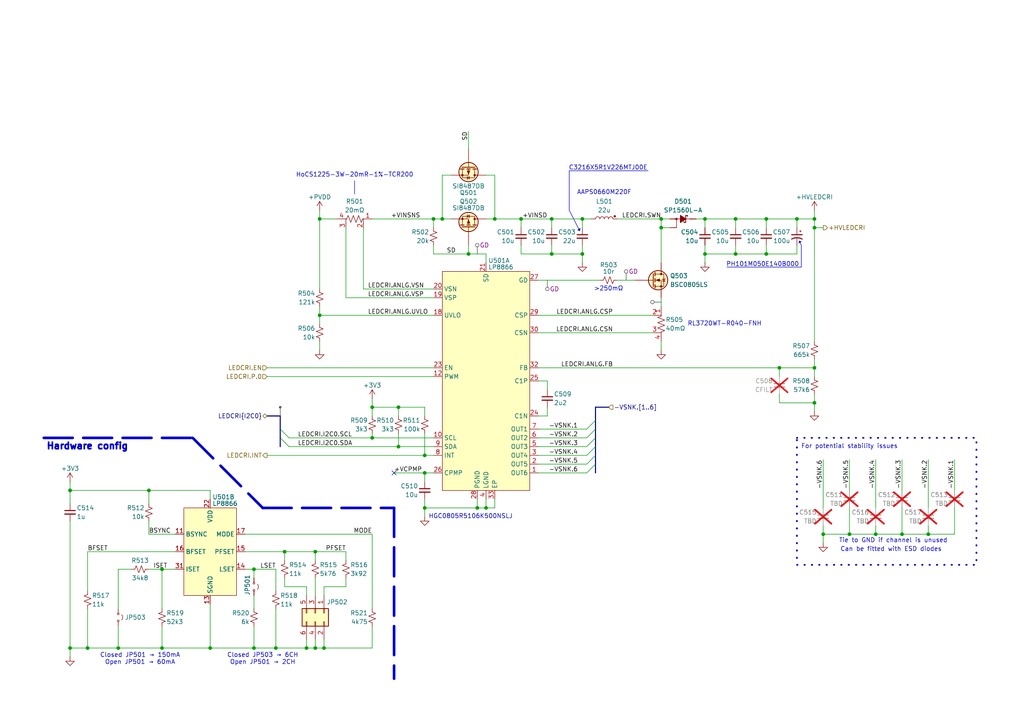
<source format=kicad_sch>
(kicad_sch (version 20250114) (generator "eeschema") (generator_version "9.0")
  (paper "A4")
  (title_block (title "Growlight controller, warm white driver") (rev "0.1"))
  (lib_symbols
    (symbol "Connector_Generic:Conn_02x03_Odd_Even" (pin_names (offset 1.016) (hide yes))
      (property "Reference" "J" (at 1.27 5.08 0))
      (property "Value" "Conn_02x03_Odd_Even" (at 1.27 -5.08 0))
      (symbol "Conn_02x03_Odd_Even_1_1"
        (rectangle (start -1.27 3.81) (end 3.81 -3.81) (stroke (width 0.254)) (fill (type background)))
        (rectangle (start -1.27 2.667) (end 0 2.413) (stroke (width 0.1524)))
        (rectangle (start -1.27 0.127) (end 0 -0.127) (stroke (width 0.1524)))
        (rectangle (start -1.27 -2.413) (end 0 -2.667) (stroke (width 0.1524)))
        (rectangle (start 3.81 2.667) (end 2.54 2.413) (stroke (width 0.1524)))
        (rectangle (start 3.81 0.127) (end 2.54 -0.127) (stroke (width 0.1524)))
        (rectangle (start 3.81 -2.413) (end 2.54 -2.667) (stroke (width 0.1524)))
        (pin passive line (at -5.08 2.54 0) (length 3.81) (name "Pin_1") (number "1"))
        (pin passive line (at -5.08 0 0) (length 3.81) (name "Pin_3") (number "3"))
        (pin passive line (at -5.08 -2.54 0) (length 3.81) (name "Pin_5") (number "5"))
        (pin passive line (at 7.62 2.54 180) (length 3.81) (name "Pin_2") (number "2"))
        (pin passive line (at 7.62 0 180) (length 3.81) (name "Pin_4") (number "4"))
        (pin passive line (at 7.62 -2.54 180) (length 3.81) (name "Pin_6") (number "6"))
      )
    )
    (symbol "Device:C_Polarized_Small_US" (pin_numbers (hide yes)) (pin_names (offset 0.254) (hide yes))
      (property "Reference" "C" (at 0.254 1.778 0))
      (property "Value" "C_Polarized_Small_US" (at 0.254 -2.032 0))
      (symbol "C_Polarized_Small_US_0_1"
        (polyline (pts (xy -1.524 0.508) (xy 1.524 0.508)) (stroke (width 0.3048)))
        (polyline (pts (xy -1.27 1.524) (xy -0.762 1.524)))
        (polyline (pts (xy -1.016 1.27) (xy -1.016 1.778)))
        (arc (start -1.524 -0.762) (mid 0 -0.3734) (end 1.524 -0.762) (stroke (width 0.3048)))
      )
      (symbol "C_Polarized_Small_US_1_1"
        (pin passive line (at 0 2.54 270) (length 2.032) (name "~") (number "1"))
        (pin passive line (at 0 -2.54 90) (length 2.032) (name "~") (number "2"))
      )
    )
    (symbol "Device:C_Small" (pin_numbers (hide yes)) (pin_names (offset 0.254) (hide yes))
      (property "Reference" "C" (at 0.254 1.778 0))
      (property "Value" "C_Small" (at 0.254 -2.032 0))
      (symbol "C_Small_0_1"
        (polyline (pts (xy -1.524 0.508) (xy 1.524 0.508)) (stroke (width 0.3048)))
        (polyline (pts (xy -1.524 -0.508) (xy 1.524 -0.508)) (stroke (width 0.3302)))
      )
      (symbol "C_Small_1_1"
        (pin passive line (at 0 2.54 270) (length 2.032) (name "~") (number "1"))
        (pin passive line (at 0 -2.54 90) (length 2.032) (name "~") (number "2"))
      )
    )
    (symbol "Device:R_Shunt_US" (pin_names (offset 0) (hide yes))
      (property "Reference" "R" (at -5.08 0 90))
      (property "Value" "R_Shunt_US" (at -3.048 0 90))
      (symbol "R_Shunt_US_1_1"
        (polyline (pts (xy 0 2.286) (xy 0 2.54)))
        (polyline (pts (xy 0 2.286) (xy 1.016 1.905) (xy 0 1.524) (xy -1.016 1.143) (xy 0 0.762)))
        (polyline (pts (xy 0 0.762) (xy 1.016 0.381) (xy 0 0) (xy -1.016 -0.381) (xy 0 -0.762)))
        (polyline (pts (xy 0 -0.762) (xy 1.016 -1.143) (xy 0 -1.524) (xy -1.016 -1.905) (xy 0 -2.286)))
        (polyline (pts (xy 0 -2.286) (xy 0 -2.54)))
        (polyline (pts (xy 0 -2.54) (xy 1.27 -2.54)))
        (polyline (pts (xy 1.27 2.54) (xy 0 2.54)))
        (pin passive line (at 0 5.08 270) (length 2.54) (name "~") (number "1"))
        (pin passive line (at 0 -5.08 90) (length 2.54) (name "~") (number "4"))
        (pin passive line (at 2.54 2.54 180) (length 1.27) (name "~") (number "2"))
        (pin passive line (at 2.54 -2.54 180) (length 1.27) (name "~") (number "3"))
      )
    )
    (symbol "Device:R_Small_US" (pin_numbers (hide yes)) (pin_names (offset 0.254) (hide yes))
      (property "Reference" "R" (at 0.762 0.508 0))
      (property "Value" "R_Small_US" (at 0.762 -1.016 0))
      (symbol "R_Small_US_1_1"
        (polyline (pts (xy 0 1.524) (xy 1.016 1.143) (xy 0 0.762) (xy -1.016 0.381) (xy 0 0)))
        (polyline (pts (xy 0 0) (xy 1.016 -0.381) (xy 0 -0.762) (xy -1.016 -1.143) (xy 0 -1.524)))
        (pin passive line (at 0 2.54 270) (length 1.016) (name "~") (number "1"))
        (pin passive line (at 0 -2.54 90) (length 1.016) (name "~") (number "2"))
      )
    )
    (symbol "Inductors:L_polarized" (pin_numbers (hide yes)) (pin_names (hide yes))
      (property "Reference" "L" (at 0 1.905 0))
      (property "Value" "L" (at 0 -1.27 0))
      (symbol "L_polarized_0_1"
        (arc (start -2.54 0) (mid -1.905 0.6323) (end -1.27 0))
        (arc (start -1.27 0) (mid -0.635 0.6323) (end 0 0))
        (arc (start 0 0) (mid 0.635 0.6323) (end 1.27 0))
        (arc (start 1.27 0) (mid 1.905 0.6323) (end 2.54 0))
      )
      (symbol "L_polarized_1_1"
        (circle (center -3.048 0.762) (radius 0.254) (fill (type outline)))
        (pin passive line (at -3.81 0 0) (length 1.27) (name "1") (number "1"))
        (pin passive line (at 3.81 0 180) (length 1.27) (name "2") (number "2"))
      )
    )
    (symbol "Jumper:Jumper_2_Small_Open" (pin_numbers (hide yes)) (pin_names (offset 0) (hide yes))
      (property "Reference" "JP" (at 0 2.794 0))
      (property "Value" "Jumper_2_Small_Open" (at 0 -2.286 0))
      (symbol "Jumper_2_Small_Open_0_0"
        (circle (center -1.016 0) (radius 0.254))
        (circle (center 1.016 0) (radius 0.254))
      )
      (symbol "Jumper_2_Small_Open_0_1"
        (arc (start -0.762 1.0196) (mid 0 1.2729) (end 0.762 1.0196))
      )
      (symbol "Jumper_2_Small_Open_1_1"
        (pin passive line (at -2.54 0 0) (length 1.27) (name "A") (number "1"))
        (pin passive line (at 2.54 0 180) (length 1.27) (name "B") (number "2"))
      )
    )
    (symbol "LED driver:LP8866QRHB"
      (property "Reference" "U" (at 0.635 34.925 0))
      (property "Value" "LP8866" (at 0.635 33.02 0))
      (symbol "LP8866QRHB_1_0"
        (pin input line (at -15.24 26.67 0) (length 2.54) (name "VSN") (number "20"))
        (pin input line (at -15.24 24.13 0) (length 2.54) (name "VSP") (number "19"))
        (pin input line (at -15.24 19.05 0) (length 2.54) (name "UVLO") (number "18"))
        (pin input line (at -15.24 3.81 0) (length 2.54) (name "EN") (number "23"))
        (pin input line (at -15.24 1.27 0) (length 2.54) (name "PWM") (number "12"))
        (pin open_collector line (at -15.24 -16.51 0) (length 2.54) (name "SCL") (number "10"))
        (pin open_collector line (at -15.24 -19.05 0) (length 2.54) (name "SDA") (number "9"))
        (pin open_collector line (at -15.24 -21.59 0) (length 2.54) (name "INT") (number "8"))
        (pin passive line (at -15.24 -26.67 0) (length 2.54) (name "CPMP") (number "26"))
        (pin power_in line (at -2.54 -34.29 90) (length 2.54) (name "PGND") (number "28"))
        (pin open_collector line (at 0 34.29 270) (length 2.54) (name "SD") (number "21"))
        (pin power_in line (at 0 -34.29 90) (length 2.54) (name "LGND") (number "4"))
        (pin passive line (at 2.54 -34.29 90) (length 2.54) (name "EP") (number "33"))
        (pin output line (at 15.24 29.21 180) (length 2.54) (name "GD") (number "27"))
        (pin input line (at 15.24 19.05 180) (length 2.54) (name "CSP") (number "29"))
        (pin input line (at 15.24 13.97 180) (length 2.54) (name "CSN") (number "30"))
        (pin input line (at 15.24 3.81 180) (length 2.54) (name "FB") (number "32"))
        (pin passive line (at 15.24 0 180) (length 2.54) (name "C1P") (number "25"))
        (pin passive line (at 15.24 -10.16 180) (length 2.54) (name "C1N") (number "24"))
        (pin passive line (at 15.24 -13.97 180) (length 2.54) (name "OUT1") (number "7"))
        (pin passive line (at 15.24 -16.51 180) (length 2.54) (name "OUT2") (number "6"))
        (pin passive line (at 15.24 -19.05 180) (length 2.54) (name "OUT3") (number "5"))
        (pin passive line (at 15.24 -21.59 180) (length 2.54) (name "OUT4") (number "3"))
        (pin passive line (at 15.24 -24.13 180) (length 2.54) (name "OUT5") (number "2"))
        (pin passive line (at 15.24 -26.67 180) (length 2.54) (name "OUT6") (number "1"))
      )
      (symbol "LP8866QRHB_1_1"
        (rectangle (start -12.7 31.75) (end 12.7 -31.75) (fill (type background)))
      )
      (symbol "LP8866QRHB_2_0"
        (pin input line (at -10.16 5.08 0) (length 2.54) (name "BSYNC") (number "11"))
        (pin passive line (at -10.16 0 0) (length 2.54) (name "BFSET") (number "16"))
        (pin passive line (at -10.16 -5.08 0) (length 2.54) (name "ISET") (number "31"))
        (pin power_in line (at 0 15.24 270) (length 2.54) (name "VDD") (number "22"))
        (pin power_in line (at 0 -15.24 90) (length 2.54) (name "SGND") (number "13"))
        (pin passive line (at 10.16 5.08 180) (length 2.54) (name "MODE") (number "17"))
        (pin passive line (at 10.16 0 180) (length 2.54) (name "PFSET") (number "15"))
        (pin passive line (at 10.16 -5.08 180) (length 2.54) (name "LSET") (number "14"))
      )
      (symbol "LP8866QRHB_2_1"
        (rectangle (start -7.62 12.7) (end 7.62 -12.7) (fill (type background)))
      )
    )
    (symbol "Mosfet N-channel:BSC0805LS" (pin_numbers (hide yes)) (pin_names (hide yes))
      (property "Reference" "Q" (at 0 5.08 0))
      (property "Value" "BSC0805LS" (at 0 3.175 0))
      (symbol "BSC0805LS_0_1"
        (polyline (pts (xy -2.54 0) (xy -1.778 0)))
        (polyline (pts (xy -2.286 -1.778) (xy -1.27 -1.778)) (stroke (width 0.254)))
        (polyline (pts (xy -1.905 -2.286) (xy 1.905 -2.286)) (stroke (width 0.254)))
        (circle (center -1.778 0) (radius 0.254) (fill (type outline)))
        (polyline (pts (xy -1.778 -1.778) (xy -1.778 0.762) (xy 1.778 0.762) (xy 1.778 -1.778)))
        (polyline (pts (xy -0.508 -1.778) (xy 0.508 -1.778)) (stroke (width 0.254)))
        (polyline (pts (xy -0.4561 1.2741) (xy -0.3291 1.1471) (xy -0.3291 0.3851) (xy -0.2021 0.2581)))
        (polyline (pts (xy -0.3291 0.7661) (xy 0.3059 1.1471) (xy 0.3059 0.3851) (xy -0.3291 0.7661)))
        (polyline (pts (xy -0.0171 -1.4845) (xy 0.3639 -0.4685) (xy -0.3981 -0.4685) (xy -0.0171 -1.4845)) (fill (type outline)))
        (polyline (pts (xy 0 -2.286) (xy 0 -5.08)))
        (polyline (pts (xy 1.27 -1.778) (xy 2.286 -1.778)) (stroke (width 0.254)))
        (circle (center 1.778 0) (radius 0.254) (fill (type outline)))
        (polyline (pts (xy 2.54 0) (xy 0 0) (xy 0 -1.778)))
      )
      (symbol "BSC0805LS_1_1"
        (circle (center 0 -0.889) (radius 2.794) (stroke (width 0.254)) (fill (type background)))
        (pin passive line (at -5.08 0 0) (length 2.54) (name "D") (number "5"))
        (pin input line (at 0 -7.62 90) (length 2.54) (name "G") (number "4"))
        (pin passive line (at 5.08 0 180) (length 2.54) (name "S") (number "1"))
        (pin passive line (at 5.08 0 180) (length 2.54) (hide yes) (name "S") (number "2"))
        (pin passive line (at 5.08 0 180) (length 2.54) (hide yes) (name "S") (number "3"))
      )
    )
    (symbol "Mosfets P-channel:SI8487DB-T1-E1" (pin_numbers (hide yes)) (pin_names (hide yes))
      (property "Reference" "Q" (at 0 5.08 0))
      (property "Value" "SI8487DB" (at 0 3.175 0))
      (symbol "SI8487DB-T1-E1_0_1"
        (polyline (pts (xy -2.54 0) (xy -1.778 0)))
        (polyline (pts (xy -2.286 -1.778) (xy -1.27 -1.778)) (stroke (width 0.254)))
        (polyline (pts (xy -1.905 -2.286) (xy 1.905 -2.286)) (stroke (width 0.254)))
        (circle (center -1.778 0) (radius 0.254) (fill (type outline)))
        (polyline (pts (xy -1.778 -1.778) (xy -1.778 0.762) (xy 1.778 0.762) (xy 1.778 -1.778)))
        (polyline (pts (xy -0.508 -1.778) (xy 0.508 -1.778)) (stroke (width 0.254)))
        (polyline (pts (xy 0 -0.254) (xy -0.381 -1.27) (xy 0.381 -1.27) (xy 0 -0.254)) (fill (type outline)))
        (polyline (pts (xy 0 -2.286) (xy 0 -5.08)))
        (polyline (pts (xy 0.381 0.762) (xy -0.254 0.381) (xy -0.254 1.143) (xy 0.381 0.762)))
        (polyline (pts (xy 0.508 0.254) (xy 0.381 0.381) (xy 0.381 1.143) (xy 0.254 1.27)))
        (polyline (pts (xy 1.27 -1.778) (xy 2.286 -1.778)) (stroke (width 0.254)))
        (circle (center 1.778 0) (radius 0.254) (fill (type outline)))
        (polyline (pts (xy 2.54 0) (xy 0 0) (xy 0 -1.778)))
      )
      (symbol "SI8487DB-T1-E1_1_1"
        (circle (center 0 -0.889) (radius 2.794) (stroke (width 0.254)) (fill (type background)))
        (pin passive line (at -5.08 0 0) (length 2.54) (hide yes) (name "D") (number "2"))
        (pin passive line (at -5.08 0 0) (length 2.54) (name "D") (number "3"))
        (pin input line (at 0 -7.62 90) (length 2.54) (name "G") (number "1"))
        (pin passive line (at 5.08 0 180) (length 2.54) (name "S") (number "4"))
      )
    )
    (symbol "Schottky diodes:Schottky AAK small filled" (pin_numbers (hide yes)) (pin_names (hide yes))
      (property "Reference" "D" (at 0 4.445 0))
      (property "Value" "D_Schottky_AAK" (at 0 2.54 0))
      (symbol "Schottky AAK small filled_0_1"
        (polyline (pts (xy -1.27 0.762) (xy -1.27 1.016) (xy -0.762 1.016) (xy -0.762 -1.016) (xy -0.254 -1.016) (xy -0.254 -0.762)) (stroke (width 0.254)))
        (polyline (pts (xy -0.762 0) (xy 0.762 0)))
        (polyline (pts (xy 0.762 -1.016) (xy -0.762 0) (xy 0.762 1.016) (xy 0.762 -1.016)) (stroke (width 0.254)) (fill (type outline)))
        (circle (center 1.905 0) (radius 0.254) (fill (type outline)))
        (polyline (pts (xy 1.905 -2.54) (xy 1.905 0)))
        (polyline (pts (xy 1.905 -2.54) (xy 2.54 -2.54)))
        (polyline (pts (xy 2.54 0) (xy -2.54 0)))
      )
      (symbol "Schottky AAK small filled_1_1"
        (pin passive line (at -3.81 0 0) (length 1.778) (name "K") (number "3"))
        (pin passive line (at 3.81 0 180) (length 1.778) (name "A") (number "1"))
        (pin passive line (at 3.81 -2.54 180) (length 1.778) (name "A") (number "2"))
      )
    )
    (symbol "power:GND" (power) (pin_numbers (hide yes)) (pin_names (offset 0) (hide yes))
      (property "Value" "GND" (at 0 -3.81 0))
      (symbol "GND_0_1"
        (polyline (pts (xy 0 0) (xy 0 -1.27) (xy 1.27 -1.27) (xy 0 -2.54) (xy -1.27 -1.27) (xy 0 -1.27)))
      )
      (symbol "GND_1_1"
        (pin power_in line (at 0 0 270) (length 0) (name "~") (number "1"))
      )
    )
    (symbol "power:VAA" (power) (pin_numbers (hide yes)) (pin_names (offset 0) (hide yes))
      (property "Value" "VAA" (at 0 3.556 0))
      (symbol "VAA_0_1"
        (polyline (pts (xy -0.762 1.27) (xy 0 2.54)))
        (polyline (pts (xy 0 2.54) (xy 0.762 1.27)))
        (polyline (pts (xy 0 0) (xy 0 2.54)))
      )
      (symbol "VAA_1_1"
        (pin power_in line (at 0 0 90) (length 0) (name "~") (number "1"))
      )
    )
  )
  (rectangle (start 231.14 127) (end 283.21 163.83) (stroke (width 0.508) (type dot)))
  (text "AAPS0660M220F" (at 175.26 55.88 0) (effects (font (size 1.27 1.27))))
  (text ">250mΩ" (at 176.53 83.82 0) (effects (font (size 1.27 1.27))))
  (text "PH101M050E140B000" (at 231.7883 76.7478 0) (effects (font (size 1.27 1.27)) (justify right)))
  (text "RL3720WT-R040-FNH" (at 210.185 93.98 0) (effects (font (size 1.27 1.27))))
  (text "For potential stability issues" (at 246.38 129.54 0) (effects (font (size 1.27 1.27))))
  (text "Closed JP501 → 150mA\nOpen JP501 → 60mA" (at 40.64 191.135 0) (effects (font (size 1.27 1.27))))
  (text "Closed JP503 → 6CH\nOpen JP501 → 2CH" (at 76.2 191.135 0) (effects (font (size 1.27 1.27))))
  (text "Tie to GND if channel is unused" (at 259.08 156.845 0) (effects (font (size 1.27 1.27))))
  (text "C3216X5R1V226MTJ00E" (at 176.4012 48.7548 0) (effects (font (size 1.27 1.27))))
  (text "Hardware config" (at 13.335 129.54 0) (effects (font (size 1.905 1.905) (thickness 0.508) (bold yes)) (justify left)))
  (text "HoCS1225-3W-20mR-1%-TCR200" (at 102.87 50.8 0) (effects (font (size 1.27 1.27))))
  (text "HGC0805R5106K500NSLJ" (at 136.525 149.86 0) (effects (font (size 1.27 1.27))))
  (text "Can be fitted with ESD diodes" (at 258.445 159.385 0) (effects (font (size 1.27 1.27))))
  (junction (at 204.47 63.5))
  (junction (at 80.01 187.96))
  (junction (at 123.19 137.16))
  (junction (at 88.9 187.96))
  (junction (at 191.77 66.04))
  (junction (at 92.71 63.5))
  (junction (at 91.44 187.96))
  (junction (at 151.13 63.5))
  (junction (at 246.38 154.94))
  (junction (at 123.19 147.32))
  (junction (at 140.97 147.32))
  (junction (at 123.19 132.08))
  (junction (at 125.73 63.5))
  (junction (at 20.32 187.96))
  (junction (at 226.06 106.68))
  (junction (at 20.32 142.24))
  (junction (at 107.95 127))
  (junction (at 236.22 116.84))
  (junction (at 135.89 73.66))
  (junction (at 115.57 118.11))
  (junction (at 115.57 129.54))
  (junction (at 73.66 187.96))
  (junction (at 138.43 147.32))
  (junction (at 222.25 63.5))
  (junction (at 160.02 73.66))
  (junction (at 93.98 187.96))
  (junction (at 160.02 63.5))
  (junction (at 34.29 187.96))
  (junction (at 92.71 91.44))
  (junction (at 168.91 63.5))
  (junction (at 143.51 63.5))
  (junction (at 191.77 63.5))
  (junction (at 46.99 187.96))
  (junction (at 236.22 63.5))
  (junction (at 213.36 63.5))
  (junction (at 204.47 73.66))
  (junction (at 236.22 66.04))
  (junction (at 25.4 187.96))
  (junction (at 236.22 106.68))
  (junction (at 269.24 154.94))
  (junction (at 91.44 160.02))
  (junction (at 128.27 63.5))
  (junction (at 60.96 187.96))
  (junction (at 238.76 154.94))
  (junction (at 168.91 73.66))
  (junction (at 213.36 73.66))
  (junction (at 73.66 165.1))
  (junction (at 254 154.94))
  (junction (at 107.95 118.11))
  (junction (at 43.18 142.24))
  (junction (at 46.99 165.1))
  (junction (at 231.14 63.5))
  (junction (at 261.62 154.94))
  (junction (at 82.55 160.02))
  (junction (at 222.25 73.66))
  (no_connect (at 114.3 137.16))
  (bus_entry (at 172.72 134.62) (size -2.54 2.54))
  (bus_entry (at 172.72 132.08) (size -2.54 2.54))
  (bus_entry (at 81.28 127) (size 2.54 2.54))
  (bus_entry (at 172.72 129.54) (size -2.54 2.54))
  (bus_entry (at 81.28 124.46) (size 2.54 2.54))
  (bus_entry (at 172.72 124.46) (size -2.54 2.54))
  (bus_entry (at 172.72 127) (size -2.54 2.54))
  (bus_entry (at 172.72 121.92) (size -2.54 2.54))
  (wire (pts (xy 140.97 144.78) (xy 140.97 147.32)))
  (bus (pts (xy 172.72 134.62) (xy 172.72 137.16)))
  (wire (pts (xy 82.55 160.02) (xy 82.55 162.56)))
  (wire (pts (xy 236.22 116.84) (xy 236.22 119.38)))
  (wire (pts (xy 168.91 73.66) (xy 168.91 76.2)))
  (wire (pts (xy 91.44 185.42) (xy 91.44 187.96)))
  (wire (pts (xy 73.66 167.64) (xy 73.66 165.1)))
  (wire (pts (xy 226.06 114.3) (xy 226.06 116.84)))
  (wire (pts (xy 130.81 50.8) (xy 128.27 50.8)))
  (wire (pts (xy 236.22 66.04) (xy 236.22 99.06)))
  (wire (pts (xy 88.9 172.72) (xy 88.9 170.18)))
  (wire (pts (xy 25.4 160.02) (xy 50.8 160.02)))
  (wire (pts (xy 43.18 142.24) (xy 43.18 146.05)))
  (polyline (pts (xy 232.0944 70.0438) (xy 231.8771 70.1977)))
  (wire (pts (xy 269.24 152.4) (xy 269.24 154.94)))
  (wire (pts (xy 276.86 154.94) (xy 269.24 154.94)))
  (polyline (pts (xy 167.8811 66.7213) (xy 168.1293 66.6929)))
  (wire (pts (xy 222.25 63.5) (xy 231.14 63.5)))
  (wire (pts (xy 151.13 63.5) (xy 160.02 63.5)))
  (polyline (pts (xy 167.7392 66.6858) (xy 168.1719 66.4234)))
  (wire (pts (xy 238.76 133.35) (xy 238.76 147.32)))
  (wire (pts (xy 236.22 114.3) (xy 236.22 116.84)))
  (polyline (pts (xy 232.3569 70.1344) (xy 231.859 69.9171)))
  (wire (pts (xy 123.19 120.65) (xy 123.19 118.11)))
  (wire (pts (xy 71.12 165.1) (xy 73.66 165.1)))
  (wire (pts (xy 246.38 147.32) (xy 246.38 154.94)))
  (bus (pts (xy 81.28 127) (xy 81.28 129.54)))
  (wire (pts (xy 91.44 187.96) (xy 93.98 187.96)))
  (wire (pts (xy 91.44 160.02) (xy 91.44 162.56)))
  (wire (pts (xy 38.1 165.1) (xy 34.29 165.1)))
  (wire (pts (xy 135.89 38.1) (xy 135.89 43.18)))
  (wire (pts (xy 77.47 106.68) (xy 125.73 106.68)))
  (wire (pts (xy 93.98 187.96) (xy 93.98 185.42)))
  (polyline (pts (xy 232.41 71.12) (xy 232.41 77.47)))
  (wire (pts (xy 168.91 63.5) (xy 168.91 66.04)))
  (bus (pts (xy 172.72 132.08) (xy 172.72 134.62)))
  (polyline (pts (xy 55.88 127) (xy 76.2 147.32)) (stroke (width 0.762) (type dash)))
  (wire (pts (xy 93.98 170.18) (xy 93.98 172.72)))
  (wire (pts (xy 222.25 73.66) (xy 222.25 71.12)))
  (wire (pts (xy 156.21 81.28) (xy 173.99 81.28)))
  (polyline (pts (xy 12.7 127) (xy 55.88 127)) (stroke (width 0.762) (type dash)))
  (wire (pts (xy 226.06 106.68) (xy 226.06 109.22)))
  (wire (pts (xy 92.71 60.96) (xy 92.71 63.5)))
  (polyline (pts (xy 232.1668 70.1344) (xy 231.8137 70.2882)))
  (wire (pts (xy 269.24 154.94) (xy 261.62 154.94)))
  (wire (pts (xy 34.29 187.96) (xy 46.99 187.96)))
  (wire (pts (xy 191.77 99.06) (xy 191.77 101.6)))
  (wire (pts (xy 213.36 63.5) (xy 222.25 63.5)))
  (wire (pts (xy 73.66 181.61) (xy 73.66 187.96)))
  (wire (pts (xy 191.77 66.04) (xy 191.77 76.2)))
  (polyline (pts (xy 210.82 77.47) (xy 232.41 77.47)))
  (wire (pts (xy 158.75 110.49) (xy 158.75 113.03)))
  (wire (pts (xy 156.21 132.08) (xy 170.18 132.08)))
  (wire (pts (xy 156.21 134.62) (xy 170.18 134.62)))
  (wire (pts (xy 123.19 132.08) (xy 125.73 132.08)))
  (wire (pts (xy 123.19 147.32) (xy 123.19 149.86)))
  (wire (pts (xy 191.77 63.5) (xy 191.77 66.04)))
  (wire (pts (xy 46.99 181.61) (xy 46.99 187.96)))
  (wire (pts (xy 46.99 187.96) (xy 60.96 187.96)))
  (wire (pts (xy 107.95 63.5) (xy 125.73 63.5)))
  (wire (pts (xy 20.32 187.96) (xy 25.4 187.96)))
  (wire (pts (xy 254 152.4) (xy 254 154.94)))
  (wire (pts (xy 128.27 63.5) (xy 130.81 63.5)))
  (wire (pts (xy 138.43 144.78) (xy 138.43 147.32)))
  (wire (pts (xy 151.13 71.12) (xy 151.13 73.66)))
  (wire (pts (xy 201.93 63.5) (xy 204.47 63.5)))
  (wire (pts (xy 115.57 125.73) (xy 115.57 129.54)))
  (wire (pts (xy 156.21 137.16) (xy 170.18 137.16)))
  (wire (pts (xy 135.89 71.12) (xy 135.89 73.66)))
  (wire (pts (xy 236.22 66.04) (xy 236.22 63.5)))
  (wire (pts (xy 115.57 129.54) (xy 125.73 129.54)))
  (bus (pts (xy 172.72 129.54) (xy 172.72 132.08)))
  (wire (pts (xy 191.77 86.36) (xy 191.77 88.9)))
  (wire (pts (xy 100.33 86.36) (xy 125.73 86.36)))
  (wire (pts (xy 92.71 99.06) (xy 92.71 101.6)))
  (bus (pts (xy 77.47 120.65) (xy 81.28 120.65)))
  (wire (pts (xy 123.19 147.32) (xy 138.43 147.32)))
  (wire (pts (xy 140.97 50.8) (xy 143.51 50.8)))
  (polyline (pts (xy 165.1 49.53) (xy 165.1 60.96)))
  (wire (pts (xy 82.55 170.18) (xy 82.55 167.64)))
  (wire (pts (xy 156.21 124.46) (xy 170.18 124.46)))
  (wire (pts (xy 236.22 60.96) (xy 236.22 63.5)))
  (bus (pts (xy 172.72 127) (xy 172.72 129.54)))
  (wire (pts (xy 20.32 151.13) (xy 20.32 187.96)))
  (wire (pts (xy 156.21 91.44) (xy 189.23 91.44)))
  (polyline (pts (xy 231.8681 69.9352) (xy 232.41 71.12)))
  (bus (pts (xy 172.72 118.11) (xy 172.72 121.92)))
  (wire (pts (xy 246.38 133.35) (xy 246.38 142.24)))
  (wire (pts (xy 115.57 120.65) (xy 115.57 118.11)))
  (wire (pts (xy 25.4 171.45) (xy 25.4 160.02)))
  (wire (pts (xy 123.19 137.16) (xy 123.19 139.7)))
  (wire (pts (xy 269.24 133.35) (xy 269.24 147.32)))
  (wire (pts (xy 204.47 63.5) (xy 213.36 63.5)))
  (wire (pts (xy 107.95 125.73) (xy 107.95 127)))
  (polyline (pts (xy 114.3 147.32) (xy 114.3 196.85)) (stroke (width 0.762) (type dash)))
  (wire (pts (xy 204.47 73.66) (xy 204.47 76.2)))
  (polyline (pts (xy 167.5832 66.6716) (xy 168.1364 66.927)))
  (wire (pts (xy 204.47 73.66) (xy 213.36 73.66)))
  (polyline (pts (xy 168.2003 66.5582) (xy 167.8811 66.7213)))
  (wire (pts (xy 276.86 142.24) (xy 276.86 133.35)))
  (wire (pts (xy 125.73 73.66) (xy 135.89 73.66)))
  (wire (pts (xy 168.91 73.66) (xy 160.02 73.66)))
  (polyline (pts (xy 168.257 66.2603) (xy 167.5832 66.6716)))
  (wire (pts (xy 100.33 167.64) (xy 100.33 170.18)))
  (wire (pts (xy 238.76 154.94) (xy 238.76 157.48)))
  (wire (pts (xy 151.13 63.5) (xy 151.13 66.04)))
  (wire (pts (xy 204.47 63.5) (xy 204.47 66.04)))
  (wire (pts (xy 226.06 106.68) (xy 236.22 106.68)))
  (wire (pts (xy 158.75 120.65) (xy 158.75 118.11)))
  (wire (pts (xy 254 154.94) (xy 246.38 154.94)))
  (wire (pts (xy 156.21 129.54) (xy 170.18 129.54)))
  (wire (pts (xy 88.9 170.18) (xy 82.55 170.18)))
  (wire (pts (xy 168.91 71.12) (xy 168.91 73.66)))
  (wire (pts (xy 238.76 152.4) (xy 238.76 154.94)))
  (wire (pts (xy 107.95 187.96) (xy 93.98 187.96)))
  (wire (pts (xy 226.06 116.84) (xy 236.22 116.84)))
  (wire (pts (xy 73.66 187.96) (xy 80.01 187.96)))
  (wire (pts (xy 92.71 91.44) (xy 92.71 93.98)))
  (wire (pts (xy 88.9 185.42) (xy 88.9 187.96)))
  (wire (pts (xy 222.25 66.04) (xy 222.25 63.5)))
  (wire (pts (xy 213.36 63.5) (xy 213.36 66.04)))
  (wire (pts (xy 156.21 127) (xy 170.18 127)))
  (bus (pts (xy 176.53 118.11) (xy 172.72 118.11)))
  (wire (pts (xy 140.97 147.32) (xy 143.51 147.32)))
  (polyline (pts (xy 102.8368 52.44) (xy 102.8368 56.25)))
  (bus (pts (xy 81.28 124.46) (xy 81.28 127)))
  (wire (pts (xy 73.66 176.53) (xy 73.66 172.72)))
  (wire (pts (xy 43.18 165.1) (xy 46.99 165.1)))
  (bus (pts (xy 172.72 124.46) (xy 172.72 127)))
  (polyline (pts (xy 168.1364 66.9341) (xy 168.257 66.2603)))
  (wire (pts (xy 80.01 187.96) (xy 88.9 187.96)))
  (wire (pts (xy 83.82 129.54) (xy 115.57 129.54)))
  (wire (pts (xy 82.55 160.02) (xy 91.44 160.02)))
  (wire (pts (xy 107.95 118.11) (xy 107.95 120.65)))
  (wire (pts (xy 231.14 73.66) (xy 231.14 71.12)))
  (wire (pts (xy 138.43 147.32) (xy 140.97 147.32)))
  (wire (pts (xy 100.33 66.04) (xy 100.33 86.36)))
  (wire (pts (xy 92.71 63.5) (xy 97.79 63.5)))
  (wire (pts (xy 50.8 154.94) (xy 43.18 154.94)))
  (wire (pts (xy 125.73 63.5) (xy 125.73 66.04)))
  (bus (pts (xy 172.72 121.92) (xy 172.72 124.46)))
  (wire (pts (xy 168.91 63.5) (xy 171.45 63.5)))
  (wire (pts (xy 143.51 144.78) (xy 143.51 147.32)))
  (wire (pts (xy 60.96 144.78) (xy 60.96 142.24)))
  (wire (pts (xy 231.14 63.5) (xy 231.14 66.04)))
  (wire (pts (xy 77.47 132.08) (xy 123.19 132.08)))
  (wire (pts (xy 261.62 133.35) (xy 261.62 142.24)))
  (wire (pts (xy 261.62 154.94) (xy 254 154.94)))
  (wire (pts (xy 46.99 165.1) (xy 46.99 176.53)))
  (wire (pts (xy 105.41 83.82) (xy 125.73 83.82)))
  (wire (pts (xy 179.07 81.28) (xy 184.15 81.28)))
  (wire (pts (xy 71.12 154.94) (xy 107.95 154.94)))
  (wire (pts (xy 222.25 73.66) (xy 213.36 73.66)))
  (wire (pts (xy 43.18 154.94) (xy 43.18 151.13)))
  (wire (pts (xy 60.96 175.26) (xy 60.96 187.96)))
  (wire (pts (xy 156.21 110.49) (xy 158.75 110.49)))
  (wire (pts (xy 191.77 63.5) (xy 194.31 63.5)))
  (wire (pts (xy 100.33 162.56) (xy 100.33 160.02)))
  (bus (pts (xy 81.28 120.65) (xy 81.28 124.46)))
  (polyline (pts (xy 76.2 147.32) (xy 114.3 147.32)) (stroke (width 0.762) (type dash)))
  (wire (pts (xy 43.18 142.24) (xy 60.96 142.24)))
  (wire (pts (xy 91.44 167.64) (xy 91.44 172.72)))
  (wire (pts (xy 160.02 63.5) (xy 168.91 63.5)))
  (wire (pts (xy 20.32 146.05) (xy 20.32 142.24)))
  (wire (pts (xy 236.22 106.68) (xy 236.22 109.22)))
  (wire (pts (xy 156.21 96.52) (xy 189.23 96.52)))
  (wire (pts (xy 261.62 147.32) (xy 261.62 154.94)))
  (wire (pts (xy 135.89 73.66) (xy 140.97 73.66)))
  (wire (pts (xy 231.14 63.5) (xy 236.22 63.5)))
  (wire (pts (xy 140.97 63.5) (xy 143.51 63.5)))
  (wire (pts (xy 160.02 73.66) (xy 151.13 73.66)))
  (wire (pts (xy 60.96 187.96) (xy 73.66 187.96)))
  (wire (pts (xy 254 133.35) (xy 254 147.32)))
  (wire (pts (xy 92.71 91.44) (xy 125.73 91.44)))
  (wire (pts (xy 20.32 139.7) (xy 20.32 142.24)))
  (wire (pts (xy 123.19 137.16) (xy 125.73 137.16)))
  (wire (pts (xy 25.4 187.96) (xy 34.29 187.96)))
  (wire (pts (xy 100.33 170.18) (xy 93.98 170.18)))
  (wire (pts (xy 80.01 176.53) (xy 80.01 187.96)))
  (wire (pts (xy 143.51 50.8) (xy 143.51 63.5)))
  (wire (pts (xy 123.19 125.73) (xy 123.19 132.08)))
  (wire (pts (xy 92.71 88.9) (xy 92.71 91.44)))
  (wire (pts (xy 179.07 63.5) (xy 191.77 63.5)))
  (wire (pts (xy 107.95 115.57) (xy 107.95 118.11)))
  (polyline (pts (xy 231.859 69.9262) (xy 231.6961 70.4602)))
  (wire (pts (xy 34.29 181.61) (xy 34.29 187.96)))
  (wire (pts (xy 114.3 137.16) (xy 123.19 137.16)))
  (wire (pts (xy 46.99 165.1) (xy 50.8 165.1)))
  (wire (pts (xy 34.29 165.1) (xy 34.29 176.53)))
  (wire (pts (xy 73.66 165.1) (xy 80.01 165.1)))
  (wire (pts (xy 77.47 109.22) (xy 125.73 109.22)))
  (wire (pts (xy 222.25 73.66) (xy 231.14 73.66)))
  (wire (pts (xy 276.86 147.32) (xy 276.86 154.94)))
  (wire (pts (xy 160.02 71.12) (xy 160.02 73.66)))
  (wire (pts (xy 204.47 71.12) (xy 204.47 73.66)))
  (wire (pts (xy 125.73 71.12) (xy 125.73 73.66)))
  (wire (pts (xy 156.21 106.68) (xy 226.06 106.68)))
  (wire (pts (xy 80.01 171.45) (xy 80.01 165.1)))
  (wire (pts (xy 156.21 120.65) (xy 158.75 120.65)))
  (wire (pts (xy 107.95 154.94) (xy 107.95 176.53)))
  (polyline (pts (xy 187.96 49.53) (xy 165.1 49.53)))
  (wire (pts (xy 125.73 63.5) (xy 128.27 63.5)))
  (wire (pts (xy 115.57 118.11) (xy 107.95 118.11)))
  (wire (pts (xy 143.51 63.5) (xy 151.13 63.5)))
  (wire (pts (xy 105.41 83.82) (xy 105.41 66.04)))
  (wire (pts (xy 246.38 154.94) (xy 238.76 154.94)))
  (wire (pts (xy 100.33 160.02) (xy 91.44 160.02)))
  (wire (pts (xy 191.77 66.04) (xy 194.31 66.04)))
  (wire (pts (xy 123.19 118.11) (xy 115.57 118.11)))
  (wire (pts (xy 107.95 181.61) (xy 107.95 187.96)))
  (wire (pts (xy 123.19 144.78) (xy 123.19 147.32)))
  (wire (pts (xy 140.97 73.66) (xy 140.97 76.2)))
  (polyline (pts (xy 165.1 60.96) (xy 168.1172 66.9199)))
  (polyline (pts (xy 231.6961 70.4602) (xy 232.3569 70.1344)))
  (wire (pts (xy 20.32 142.24) (xy 43.18 142.24)))
  (wire (pts (xy 83.82 127) (xy 107.95 127)))
  (wire (pts (xy 92.71 63.5) (xy 92.71 83.82)))
  (wire (pts (xy 71.12 160.02) (xy 82.55 160.02)))
  (wire (pts (xy 236.22 66.04) (xy 238.76 66.04)))
  (wire (pts (xy 160.02 63.5) (xy 160.02 66.04)))
  (wire (pts (xy 128.27 50.8) (xy 128.27 63.5)))
  (wire (pts (xy 236.22 104.14) (xy 236.22 106.68)))
  (wire (pts (xy 107.95 127) (xy 125.73 127)))
  (wire (pts (xy 20.32 187.96) (xy 20.32 190.5)))
  (wire (pts (xy 25.4 176.53) (xy 25.4 187.96)))
  (wire (pts (xy 213.36 71.12) (xy 213.36 73.66)))
  (wire (pts (xy 88.9 187.96) (xy 91.44 187.96)))
  (label "LEDCRI.SWN" (at 191.77 63.5 180))
  (label "LEDCRI.ANLG.VSN" (at 106.68 83.82 0))
  (label "LEDCRI.ANLG.UVLO" (at 106.68 91.44 0))
  (label "LEDCRI.I2C0.SCL" (at 86.36 127 0))
  (label "+VCPMP" (at 114.3 137.16 0))
  (label "BSYNC" (at 43.18 154.94 0))
  (label "-VSNK.6" (at 238.76 133.35 270))
  (label "LEDCRI.ANLG.VSP" (at 106.68 86.36 0))
  (label "-VSNK.2" (at 167.64 127 180))
  (label "LEDCRI.I2C0.SDA" (at 86.36 129.54 0))
  (label "LSET" (at 80.01 165.1 180))
  (label "SD" (at 129.54 73.66 0))
  (label "BFSET" (at 25.4 160.02 0))
  (label "PFSET" (at 100.33 160.02 180))
  (label "-VSNK.2" (at 269.24 133.35 270))
  (label "-VSNK.5" (at 167.64 134.62 180))
  (label "-VSNK.1" (at 167.64 124.46 180))
  (label "SD" (at 135.89 38.1 270))
  (label "ISET" (at 44.45 165.1 0))
  (label "-VSNK.1" (at 276.86 133.35 270))
  (label "-VSNK.4" (at 167.64 132.08 180))
  (label "LEDCRI.ANLG.CSN" (at 177.8 96.52 180))
  (label "-VSNK.4" (at 254 133.35 270))
  (label "-VSNK.3" (at 167.64 129.54 180))
  (label "+VINSD" (at 158.75 63.5 180))
  (label "-VSNK.3" (at 261.62 133.35 270))
  (label "-VSNK.6" (at 167.64 137.16 180))
  (label "MODE" (at 107.95 154.94 180))
  (label "-VSNK.5" (at 246.38 133.35 270))
  (label "LEDCRI.ANLG.CSP" (at 177.8 91.44 180))
  (label "LEDCRI.ANLG.FB" (at 177.8 106.68 180))
  (label "+VINSNS" (at 121.92 63.5 180))
  (hierarchical_label "LEDCRI.INT" (shape output) (at 77.47 132.08 180))
  (hierarchical_label "-VSNK.[1..6]" (shape input) (at 176.53 118.11 0))
  (hierarchical_label "LEDCRI{I2C0}" (shape bidirectional) (at 77.47 120.65 180))
  (hierarchical_label "LEDCRI.P.0" (shape input) (at 77.47 109.22 180))
  (hierarchical_label "LEDCRI.EN" (shape input) (at 77.47 106.68 180))
  (hierarchical_label "+HVLEDCRI" (shape output) (at 238.76 66.04 0))
  (netclass_flag "" (length 2.54) (shape round) (at 158.75 81.28 180) (property "Netclass" "GD" (at 159.4485 83.82 0) (effects (justify left))))
  (netclass_flag "" (length 2.54) (shape round) (at 138.43 73.66 0) (property "Netclass" "GD" (at 139.1285 71.12 0) (effects (justify left))))
  (netclass_flag "" (length 2.54) (shape round) (at 181.61 81.28 0) (property "Netclass" "GD" (at 182.3085 78.74 0) (effects (justify left))))
  (netclass_flag "" (length 2.54) (shape round) (at 191.77 87.63 90) (property "Netclass" "+PWR" (effects (hide yes))))
  (netclass_flag "" (length 2.54) (shape dot) (at 81.28 120.65 0) (property "Netclass" "I2C" (effects (hide yes))))
  (symbol (lib_id "Device:C_Small") (at 20.32 148.59 0) (mirror y) (unit 1)
    (property "Reference" "C514" (at 22.225 147.32 0) (effects (justify right)))
    (property "Value" "1u" (at 22.225 149.86 0) (effects (justify right)))
    (property "Footprint" "Perfect passives:C 0402 (1005 Metric)" (effects (hide yes)))
    (property "Description" "Unpolarized capacitor, small symbol" (effects (hide yes)))
  )
  (symbol (lib_id "power:GND") (at 168.91 76.2 0) (unit 1)
    (property "Reference" "#PWR0503" (effects (hide yes)))
    (property "Value" "GND" (effects (hide yes)))
    (property "Description" "Power symbol creates a global label with name \"GND\" , ground" (effects (hide yes)))
  )
  (symbol (lib_id "Device:C_Small") (at 254 149.86 0) (unit 1) (dnp yes)
    (property "Reference" "C516" (at 252.095 148.59 0) (effects (justify right)))
    (property "Value" "TBD" (at 252.095 151.13 0) (effects (justify right)))
    (property "Footprint" "Perfect passives:C 0402 (1005 Metric)" (effects (hide yes)))
    (property "Description" "Unpolarized capacitor, small symbol" (effects (hide yes)))
  )
  (symbol (lib_id "Device:C_Small") (at 222.25 68.58 0) (unit 1)
    (property "Reference" "C506" (at 220.345 67.31 0) (effects (justify right)))
    (property "Value" "10u" (at 220.345 69.85 0) (effects (justify right)))
    (property "Footprint" "Perfect passives:C 0805 (2012 Metric)" (effects (hide yes)))
    (property "Description" "Unpolarized capacitor, small symbol" (effects (hide yes)))
  )
  (symbol (lib_id "Device:C_Small") (at 158.75 115.57 0) (mirror y) (unit 1)
    (property "Reference" "C509" (at 160.655 114.3 0) (effects (justify right)))
    (property "Value" "2u2" (at 160.655 116.84 0) (effects (justify right)))
    (property "Footprint" "Perfect passives:C 0603 (1608 Metric)" (effects (hide yes)))
    (property "Description" "Unpolarized capacitor, small symbol" (effects (hide yes)))
  )
  (symbol (lib_id "Jumper:Jumper_2_Small_Open") (at 34.29 179.07 270) (mirror x) (unit 1)
    (property "Reference" "JP503" (at 36.195 179.07 90) (effects (justify left)))
    (property "Value" "Jumper_2_Small_Open" (effects (hide yes)))
    (property "Footprint" "Connector_PinHeader_1.00mm:PinHeader_1x02_P1.00mm_Vertical" (effects (hide yes)))
    (property "Description" "Jumper, 2-pole, small symbol, open" (effects (hide yes)))
  )
  (symbol (lib_id "Device:R_Small_US") (at 115.57 123.19 0) (unit 1)
    (property "Reference" "R510" (at 114.3 121.92 0) (effects (justify right)))
    (property "Value" "3k3" (at 114.3 124.46 0) (effects (justify right)))
    (property "Footprint" "Perfect passives:R 0402 (1005 Metric)" (effects (hide yes)))
    (property "Description" "Resistor, small US symbol" (effects (hide yes)))
  )
  (symbol (lib_id "Device:R_Small_US") (at 73.66 179.07 0) (unit 1)
    (property "Reference" "R520" (at 72.39 177.8 0) (effects (justify right)))
    (property "Value" "6k" (at 72.39 180.34 0) (effects (justify right)))
    (property "Footprint" "Perfect passives:R 0402 (1005 Metric)" (effects (hide yes)))
    (property "Description" "Resistor, small US symbol" (effects (hide yes)))
  )
  (symbol (lib_id "Device:C_Small") (at 204.47 68.58 0) (unit 1)
    (property "Reference" "C504" (at 202.565 67.31 0) (effects (justify right)))
    (property "Value" "10u" (at 202.565 69.85 0) (effects (justify right)))
    (property "Footprint" "Perfect passives:C 0805 (2012 Metric)" (effects (hide yes)))
    (property "Description" "Unpolarized capacitor, small symbol" (effects (hide yes)))
  )
  (symbol (lib_id "Device:C_Small") (at 151.13 68.58 0) (unit 1)
    (property "Reference" "C501" (at 149.225 67.31 0) (effects (justify right)))
    (property "Value" "10u" (at 149.225 69.85 0) (effects (justify right)))
    (property "Footprint" "Perfect passives:C 0805 (2012 Metric)" (effects (hide yes)))
    (property "Description" "Unpolarized capacitor, small symbol" (effects (hide yes)))
  )
  (symbol (lib_id "Device:R_Small_US") (at 40.64 165.1 90) (unit 1)
    (property "Reference" "R513" (at 40.64 162.56 90))
    (property "Value" "34k8" (at 40.64 167.64 90))
    (property "Footprint" "Perfect passives:R 0402 (1005 Metric)" (effects (hide yes)))
    (property "Description" "Resistor, small US symbol" (effects (hide yes)))
  )
  (symbol (lib_id "Device:R_Small_US") (at 236.22 101.6 0) (unit 1)
    (property "Reference" "R507" (at 234.95 100.33 0) (effects (justify right)))
    (property "Value" "665k" (at 234.95 102.87 0) (effects (justify right)))
    (property "Footprint" "Perfect passives:R 0603 (1608 Metric)" (effects (hide yes)))
    (property "Description" "Resistor, small US symbol" (effects (hide yes)))
  )
  (symbol (lib_id "Device:C_Small") (at 160.02 68.58 0) (unit 1)
    (property "Reference" "C502" (at 158.115 67.31 0) (effects (justify right)))
    (property "Value" "10u" (at 158.115 69.85 0) (effects (justify right)))
    (property "Footprint" "Perfect passives:C 0805 (2012 Metric)" (effects (hide yes)))
    (property "Description" "Unpolarized capacitor, small symbol" (effects (hide yes)))
  )
  (symbol (lib_id "Device:C_Small") (at 226.06 111.76 0) (unit 1) (dnp yes)
    (property "Reference" "C508" (at 224.155 110.49 0) (effects (justify right)))
    (property "Value" "CFILT" (at 224.155 113.03 0) (effects (justify right)))
    (property "Footprint" "Perfect passives:C 0402 (1005 Metric)" (effects (hide yes)))
    (property "Description" "Unpolarized capacitor, small symbol" (effects (hide yes)))
  )
  (symbol (lib_id "power:GND") (at 20.32 190.5 0) (unit 1)
    (property "Reference" "#PWR0512" (effects (hide yes)))
    (property "Value" "GND" (effects (hide yes)))
    (property "Description" "Power symbol creates a global label with name \"GND\" , ground" (effects (hide yes)))
  )
  (symbol (lib_id "power:GND") (at 191.77 101.6 0) (unit 1)
    (property "Reference" "#PWR0506" (effects (hide yes)))
    (property "Value" "GND" (effects (hide yes)))
    (property "Description" "Power symbol creates a global label with name \"GND\" , ground" (effects (hide yes)))
  )
  (symbol (lib_id "Device:R_Shunt_US") (at 102.87 63.5 270) (unit 1)
    (property "Reference" "R501" (at 102.87 58.42 90))
    (property "Value" "20mΩ" (at 102.87 60.96 90))
    (property "Footprint" "Resistor CS:R 1225 2w Kelvin" (effects (hide yes)))
    (property "Description" "Shunt resistor with Kelvin connections, US symbol" (effects (hide yes)))
  )
  (symbol (lib_id "power:VAA") (at 107.95 115.57 0) (unit 1)
    (property "Reference" "#PWR0507" (effects (hide yes)))
    (property "Value" "+3V3" (at 107.95 111.76 0))
    (property "Description" "Power symbol creates a global label with name \"VAA\"" (effects (hide yes)))
  )
  (symbol (lib_id "Mosfets P-channel:SI8487DB-T1-E1") (at 135.89 63.5 0) (mirror y) (unit 1)
    (property "Reference" "Q502" (at 135.89 58.42 0))
    (property "Value" "SI8487DB" (at 135.89 60.325 0))
    (property "Footprint" "CSP-xxx:WLCSP-4 (1.56x1.56) P0.8" (effects (hide yes)))
    (property "Description" "VDS = 30V. 25mΩ@10V. 7.7A. PMOS WLCSP-4 (1.56x1.56) P0.8." (effects (hide yes)))
  )
  (symbol (lib_id "Device:R_Small_US") (at 43.18 148.59 0) (unit 1)
    (property "Reference" "R512" (at 41.91 147.32 0) (effects (justify right)))
    (property "Value" "10k" (at 41.91 149.86 0) (effects (justify right)))
    (property "Footprint" "Perfect passives:R 0402 (1005 Metric)" (effects (hide yes)))
    (property "Description" "Resistor, small US symbol" (effects (hide yes)))
  )
  (symbol (lib_id "Device:R_Small_US") (at 125.73 68.58 0) (unit 1)
    (property "Reference" "R502" (at 124.46 67.31 0) (effects (justify right)))
    (property "Value" "20k" (at 124.46 69.85 0) (effects (justify right)))
    (property "Footprint" "Perfect passives:R 0402 (1005 Metric)" (effects (hide yes)))
    (property "Description" "Resistor, small US symbol" (effects (hide yes)))
  )
  (symbol (lib_id "Device:C_Small") (at 213.36 68.58 0) (unit 1)
    (property "Reference" "C505" (at 211.455 67.31 0) (effects (justify right)))
    (property "Value" "10u" (at 211.455 69.85 0) (effects (justify right)))
    (property "Footprint" "Perfect passives:C 0805 (2012 Metric)" (effects (hide yes)))
    (property "Description" "Unpolarized capacitor, small symbol" (effects (hide yes)))
  )
  (symbol (lib_id "power:VAA") (at 236.22 60.96 0) (unit 1)
    (property "Reference" "#PWR0502" (effects (hide yes)))
    (property "Value" "+HVLEDCRI" (at 236.22 57.15 0))
    (property "Description" "Power symbol creates a global label with name \"VAA\"" (effects (hide yes)))
  )
  (symbol (lib_id "Device:C_Polarized_Small_US") (at 231.14 68.58 0) (mirror y) (unit 1)
    (property "Reference" "C507" (at 229.235 67.31 0) (effects (justify left)))
    (property "Value" "100u" (at 229.235 69.85 0) (effects (justify left)))
    (property "Footprint" "Capacitor_THT:CP_Radial_D6.3mm_P2.50mm" (effects (hide yes)))
    (property "Description" "Polarized capacitor, small US symbol" (effects (hide yes)))
  )
  (symbol (lib_id "Device:R_Small_US") (at 176.53 81.28 90) (unit 1)
    (property "Reference" "R503" (at 176.53 76.835 90))
    (property "Value" "10r" (at 176.53 78.74 90))
    (property "Footprint" "Perfect passives:R 0603 (1608 Metric)" (effects (hide yes)))
    (property "Description" "Resistor, small US symbol" (effects (hide yes)))
  )
  (symbol (lib_id "Device:R_Small_US") (at 25.4 173.99 0) (mirror y) (unit 1)
    (property "Reference" "R517" (at 26.67 172.72 0) (effects (justify right)))
    (property "Value" "11k" (at 26.67 175.26 0) (effects (justify right)))
    (property "Footprint" "Perfect passives:R 0402 (1005 Metric)" (effects (hide yes)))
    (property "Description" "Resistor, small US symbol" (effects (hide yes)))
  )
  (symbol (lib_id "power:GND") (at 123.19 149.86 0) (unit 1)
    (property "Reference" "#PWR0510" (effects (hide yes)))
    (property "Value" "GND" (effects (hide yes)))
    (property "Description" "Power symbol creates a global label with name \"GND\" , ground" (effects (hide yes)))
  )
  (symbol (lib_id "Mosfet N-channel:BSC0805LS") (at 191.77 81.28 270) (unit 1)
    (property "Reference" "Q503" (at 194.31 80.01 90) (effects (justify left)))
    (property "Value" "BSC0805LS" (at 194.31 82.55 90) (effects (justify left)))
    (property "Footprint" "DFN-x:DFN-8 (5x6) 1EP Infineon" (effects (hide yes)))
    (property "Description" "VDS = 100V. 6mΩ@10V. 79A. NMOS DFN-8 (5x6)." (effects (hide yes)))
  )
  (symbol (lib_id "Device:C_Small") (at 168.91 68.58 0) (unit 1)
    (property "Reference" "C503" (at 167.005 67.31 0) (effects (justify right)))
    (property "Value" "22u" (at 167.005 69.85 0) (effects (justify right)))
    (property "Footprint" "Capacitor_SMD:C_1206_3216Metric" (effects (hide yes)))
    (property "Description" "Unpolarized capacitor, small symbol" (effects (hide yes)))
  )
  (symbol (lib_id "Device:C_Small") (at 246.38 144.78 0) (unit 1) (dnp yes)
    (property "Reference" "C511" (at 244.475 143.51 0) (effects (justify right)))
    (property "Value" "TBD" (at 244.475 146.05 0) (effects (justify right)))
    (property "Footprint" "Perfect passives:C 0402 (1005 Metric)" (effects (hide yes)))
    (property "Description" "Unpolarized capacitor, small symbol" (effects (hide yes)))
  )
  (symbol (lib_id "Device:R_Small_US") (at 100.33 165.1 0) (mirror y) (unit 1)
    (property "Reference" "R516" (at 101.6 163.83 0) (effects (justify right)))
    (property "Value" "3k92" (at 101.6 166.37 0) (effects (justify right)))
    (property "Footprint" "Perfect passives:R 0402 (1005 Metric)" (effects (hide yes)))
    (property "Description" "Resistor, small US symbol" (effects (hide yes)))
  )
  (symbol (lib_id "Device:C_Small") (at 269.24 149.86 0) (unit 1) (dnp yes)
    (property "Reference" "C517" (at 267.335 148.59 0) (effects (justify right)))
    (property "Value" "TBD" (at 267.335 151.13 0) (effects (justify right)))
    (property "Footprint" "Perfect passives:C 0402 (1005 Metric)" (effects (hide yes)))
    (property "Description" "Unpolarized capacitor, small symbol" (effects (hide yes)))
  )
  (symbol (lib_id "Connector_Generic:Conn_02x03_Odd_Even") (at 91.44 177.8 270) (unit 1)
    (property "Reference" "JP502" (at 97.79 174.625 90))
    (property "Value" "Conn_02x03_Odd_Even" (effects (hide yes)))
    (property "Footprint" "Connector_PinHeader_1.00mm:PinHeader_2x03_P1.00mm_Vertical" (effects (hide yes)))
    (property "Description" "Generic connector, double row, 02x03, odd/even pin numbering scheme (row 1 odd numbers, row 2 even numbers), script generated (kicad-library-utils/schlib/autogen/connector/)" (effects (hide yes)))
  )
  (symbol (lib_id "Jumper:Jumper_2_Small_Open") (at 73.66 170.18 270) (mirror x) (unit 1)
    (property "Reference" "JP501" (at 71.755 172.72 0) (effects (justify left)))
    (property "Value" "Jumper_2_Small_Open" (effects (hide yes)))
    (property "Footprint" "Solder jumpers:Jumper-NO 2P (1.9x1.4)" (effects (hide yes)))
    (property "Description" "Jumper, 2-pole, small symbol, open" (effects (hide yes)))
  )
  (symbol (lib_id "power:VAA") (at 20.32 139.7 0) (unit 1)
    (property "Reference" "#PWR0509" (effects (hide yes)))
    (property "Value" "+3V3" (at 20.32 135.89 0))
    (property "Description" "Power symbol creates a global label with name \"VAA\"" (effects (hide yes)))
  )
  (symbol (lib_id "LED driver:LP8866QRHB") (at 140.97 110.49 0) (unit 1)
    (property "Reference" "U501" (at 141.605 75.565 0) (effects (justify left)))
    (property "Value" "LP8866" (at 141.605 77.47 0) (effects (justify left)))
    (property "Footprint" "QFN-x TI:QFN-32 (5x5) P0.5" (effects (hide yes)))
    (property "Description" "6 channel linear LED driver with inbuilt asynchronous boost converter. Vin = 3-48V. Boost converter switching frequency between 100kHz and 2.2MHz. 150mA current sink per channel. Analog, PWM and I2C dimming. Hardware and I2C configuration." (effects (hide yes)))
  )
  (symbol (lib_id "Device:R_Small_US") (at 80.01 173.99 0) (mirror y) (unit 1)
    (property "Reference" "R518" (at 81.28 172.72 0) (effects (justify right)))
    (property "Value" "11k" (at 81.28 175.26 0) (effects (justify right)))
    (property "Footprint" "Perfect passives:R 0402 (1005 Metric)" (effects (hide yes)))
    (property "Description" "Resistor, small US symbol" (effects (hide yes)))
  )
  (symbol (lib_id "Device:R_Small_US") (at 91.44 165.1 0) (mirror y) (unit 1)
    (property "Reference" "R515" (at 92.71 163.83 0) (effects (justify right)))
    (property "Value" "5k76" (at 92.71 166.37 0) (effects (justify right)))
    (property "Footprint" "Perfect passives:R 0402 (1005 Metric)" (effects (hide yes)))
    (property "Description" "Resistor, small US symbol" (effects (hide yes)))
  )
  (symbol (lib_id "Device:C_Small") (at 276.86 144.78 0) (unit 1) (dnp yes)
    (property "Reference" "C513" (at 274.955 143.51 0) (effects (justify right)))
    (property "Value" "TBD" (at 274.955 146.05 0) (effects (justify right)))
    (property "Footprint" "Perfect passives:C 0402 (1005 Metric)" (effects (hide yes)))
    (property "Description" "Unpolarized capacitor, small symbol" (effects (hide yes)))
  )
  (symbol (lib_id "LED driver:LP8866QRHB") (at 60.96 160.02 0) (unit 2)
    (property "Reference" "U501" (at 61.595 144.145 0) (effects (justify left)))
    (property "Value" "LP8866" (at 61.595 146.05 0) (effects (justify left)))
    (property "Footprint" "QFN-x TI:QFN-32 (5x5) P0.5" (effects (hide yes)))
    (property "Description" "6 channel linear LED driver with inbuilt asynchronous boost converter. Vin = 3-48V. Boost converter switching frequency between 100kHz and 2.2MHz. 150mA current sink per channel. Analog, PWM and I2C dimming. Hardware and I2C configuration." (effects (hide yes)))
  )
  (symbol (lib_id "Device:C_Small") (at 123.19 142.24 0) (unit 1)
    (property "Reference" "C510" (at 121.285 140.97 0) (effects (justify right)))
    (property "Value" "10u" (at 121.285 143.51 0) (effects (justify right)))
    (property "Footprint" "Perfect passives:C 0805 (2012 Metric)" (effects (hide yes)))
    (property "Description" "Unpolarized capacitor, small symbol" (effects (hide yes)))
  )
  (symbol (lib_id "power:VAA") (at 92.71 60.96 0) (unit 1)
    (property "Reference" "#PWR0501" (effects (hide yes)))
    (property "Value" "+PVDD" (at 92.71 57.15 0))
    (property "Description" "Power symbol creates a global label with name \"VAA\"" (effects (hide yes)))
  )
  (symbol (lib_id "Device:R_Small_US") (at 82.55 165.1 0) (mirror y) (unit 1)
    (property "Reference" "R514" (at 83.82 163.83 0) (effects (justify right)))
    (property "Value" "11k" (at 83.82 166.37 0) (effects (justify right)))
    (property "Footprint" "Perfect passives:R 0402 (1005 Metric)" (effects (hide yes)))
    (property "Description" "Resistor, small US symbol" (effects (hide yes)))
  )
  (symbol (lib_id "Device:C_Small") (at 261.62 144.78 0) (unit 1) (dnp yes)
    (property "Reference" "C512" (at 259.715 143.51 0) (effects (justify right)))
    (property "Value" "TBD" (at 259.715 146.05 0) (effects (justify right)))
    (property "Footprint" "Perfect passives:C 0402 (1005 Metric)" (effects (hide yes)))
    (property "Description" "Unpolarized capacitor, small symbol" (effects (hide yes)))
  )
  (symbol (lib_id "Device:R_Small_US") (at 236.22 111.76 0) (unit 1)
    (property "Reference" "R508" (at 234.95 110.49 0) (effects (justify right)))
    (property "Value" "57k6" (at 234.95 113.03 0) (effects (justify right)))
    (property "Footprint" "Perfect passives:R 0402 (1005 Metric)" (effects (hide yes)))
    (property "Description" "Resistor, small US symbol" (effects (hide yes)))
  )
  (symbol (lib_id "Device:R_Small_US") (at 92.71 96.52 0) (unit 1)
    (property "Reference" "R506" (at 91.44 95.25 0) (effects (justify right)))
    (property "Value" "10k" (at 91.44 97.79 0) (effects (justify right)))
    (property "Footprint" "Perfect passives:R 0402 (1005 Metric)" (effects (hide yes)))
    (property "Description" "Resistor, small US symbol" (effects (hide yes)))
  )
  (symbol (lib_id "Device:R_Small_US") (at 46.99 179.07 0) (mirror y) (unit 1)
    (property "Reference" "R519" (at 48.26 177.8 0) (effects (justify right)))
    (property "Value" "52k3" (at 48.26 180.34 0) (effects (justify right)))
    (property "Footprint" "Perfect passives:R 0402 (1005 Metric)" (effects (hide yes)))
    (property "Description" "Resistor, small US symbol" (effects (hide yes)))
  )
  (symbol (lib_id "Mosfets P-channel:SI8487DB-T1-E1") (at 135.89 50.8 180) (unit 1)
    (property "Reference" "Q501" (at 135.89 55.88 0))
    (property "Value" "SI8487DB" (at 135.89 53.975 0))
    (property "Footprint" "CSP-xxx:WLCSP-4 (1.56x1.56) P0.8" (effects (hide yes)))
    (property "Description" "VDS = 30V. 25mΩ@10V. 7.7A. PMOS WLCSP-4 (1.56x1.56) P0.8." (effects (hide yes)))
  )
  (symbol (lib_id "power:GND") (at 204.47 76.2 0) (unit 1)
    (property "Reference" "#PWR0504" (effects (hide yes)))
    (property "Value" "GND" (effects (hide yes)))
    (property "Description" "Power symbol creates a global label with name \"GND\" , ground" (effects (hide yes)))
  )
  (symbol (lib_id "power:GND") (at 92.71 101.6 0) (unit 1)
    (property "Reference" "#PWR0505" (effects (hide yes)))
    (property "Value" "GND" (effects (hide yes)))
    (property "Description" "Power symbol creates a global label with name \"GND\" , ground" (effects (hide yes)))
  )
  (symbol (lib_id "Schottky diodes:Schottky AAK small filled") (at 198.12 63.5 0) (mirror y) (unit 1)
    (property "Reference" "D501" (at 198.12 58.42 0))
    (property "Value" "SP1560L-A" (at 198.12 60.96 0))
    (property "Footprint" "TO-x:TO-227B Dowo" (effects (hide yes)))
  )
  (symbol (lib_id "power:GND") (at 238.76 157.48 0) (unit 1)
    (property "Reference" "#PWR0511" (effects (hide yes)))
    (property "Value" "GND" (effects (hide yes)))
    (property "Description" "Power symbol creates a global label with name \"GND\" , ground" (effects (hide yes)))
  )
  (symbol (lib_id "power:GND") (at 236.22 119.38 0) (mirror y) (unit 1)
    (property "Reference" "#PWR0508" (effects (hide yes)))
    (property "Value" "GND" (effects (hide yes)))
    (property "Description" "Power symbol creates a global label with name \"GND\" , ground" (effects (hide yes)))
  )
  (symbol (lib_id "Device:R_Shunt_US") (at 191.77 93.98 0) (mirror y) (unit 1)
    (property "Reference" "R505" (at 193.04 92.71 0) (effects (justify right)))
    (property "Value" "40mΩ" (at 193.04 95.25 0) (effects (justify right)))
    (property "Footprint" "Resistor CS:R 1508 2w Kelvin" (effects (hide yes)))
    (property "Description" "Shunt resistor with Kelvin connections, US symbol" (effects (hide yes)))
  )
  (symbol (lib_id "Device:R_Small_US") (at 107.95 123.19 0) (unit 1)
    (property "Reference" "R509" (at 106.68 121.92 0) (effects (justify right)))
    (property "Value" "3k3" (at 106.68 124.46 0) (effects (justify right)))
    (property "Footprint" "Perfect passives:R 0402 (1005 Metric)" (effects (hide yes)))
    (property "Description" "Resistor, small US symbol" (effects (hide yes)))
  )
  (symbol (lib_id "Inductors:L_polarized") (at 175.26 63.5 0) (mirror y) (unit 1)
    (property "Reference" "L501" (at 175.26 58.42 0))
    (property "Value" "22u" (at 175.26 60.96 0))
    (property "Footprint" "Inductors SMD:AAPS0660MxxxF" (effects (hide yes)))
    (property "Description" "Polarized inductor" (effects (hide yes)))
  )
  (symbol (lib_id "Device:R_Small_US") (at 92.71 86.36 0) (unit 1)
    (property "Reference" "R504" (at 91.44 85.09 0) (effects (justify right)))
    (property "Value" "121k" (at 91.44 87.63 0) (effects (justify right)))
    (property "Footprint" "Perfect passives:R 0402 (1005 Metric)" (effects (hide yes)))
    (property "Description" "Resistor, small US symbol" (effects (hide yes)))
  )
  (symbol (lib_id "Device:R_Small_US") (at 123.19 123.19 0) (unit 1)
    (property "Reference" "R511" (at 121.92 121.92 0) (effects (justify right)))
    (property "Value" "100k" (at 121.92 124.46 0) (effects (justify right)))
    (property "Footprint" "Perfect passives:R 0402 (1005 Metric)" (effects (hide yes)))
    (property "Description" "Resistor, small US symbol" (effects (hide yes)))
  )
  (symbol (lib_id "Device:R_Small_US") (at 107.95 179.07 0) (unit 1)
    (property "Reference" "R521" (at 106.68 177.8 0) (effects (justify right)))
    (property "Value" "4k75" (at 106.68 180.34 0) (effects (justify right)))
    (property "Footprint" "Perfect passives:R 0402 (1005 Metric)" (effects (hide yes)))
    (property "Description" "Resistor, small US symbol" (effects (hide yes)))
  )
  (symbol (lib_id "Device:C_Small") (at 238.76 149.86 0) (unit 1) (dnp yes)
    (property "Reference" "C515" (at 236.855 148.59 0) (effects (justify right)))
    (property "Value" "TBD" (at 236.855 151.13 0) (effects (justify right)))
    (property "Footprint" "Perfect passives:C 0402 (1005 Metric)" (effects (hide yes)))
    (property "Description" "Unpolarized capacitor, small symbol" (effects (hide yes)))
  )
)
</source>
